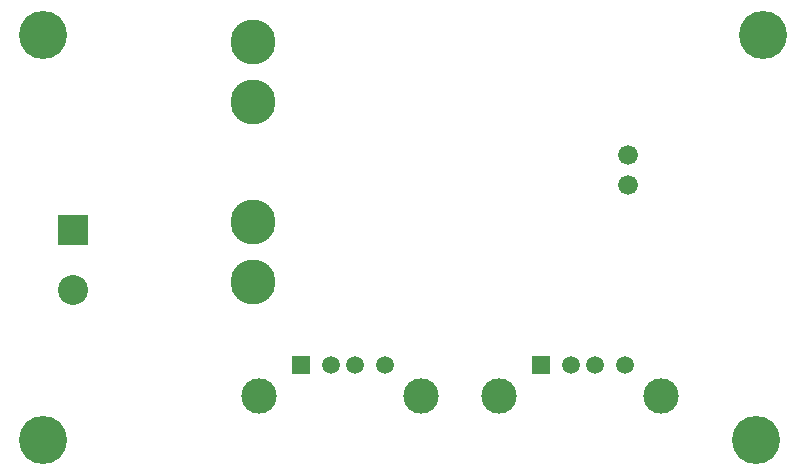
<source format=gbs>
G04 (created by PCBNEW (2013-07-07 BZR 4022)-stable) date 6/7/2016 7:46:03 AM*
%MOIN*%
G04 Gerber Fmt 3.4, Leading zero omitted, Abs format*
%FSLAX34Y34*%
G01*
G70*
G90*
G04 APERTURE LIST*
%ADD10C,0.00590551*%
%ADD11C,0.0591*%
%ADD12R,0.0591X0.0591*%
%ADD13C,0.1181*%
%ADD14C,0.066*%
%ADD15C,0.15*%
%ADD16R,0.1X0.1*%
%ADD17C,0.1*%
%ADD18C,0.16*%
G04 APERTURE END LIST*
G54D10*
G54D11*
X33900Y-23500D03*
X32900Y-23500D03*
X32100Y-23500D03*
G54D12*
X31100Y-23500D03*
G54D13*
X35100Y-24550D03*
X29700Y-24550D03*
G54D11*
X41900Y-23500D03*
X40900Y-23500D03*
X40100Y-23500D03*
G54D12*
X39100Y-23500D03*
G54D13*
X43100Y-24550D03*
X37700Y-24550D03*
G54D14*
X42000Y-16500D03*
X42000Y-17500D03*
G54D15*
X29500Y-20750D03*
X29500Y-18750D03*
X29500Y-14750D03*
X29500Y-12750D03*
G54D16*
X23500Y-19000D03*
G54D17*
X23500Y-21000D03*
G54D18*
X22500Y-26000D03*
X22500Y-12500D03*
X46500Y-12500D03*
X46250Y-26000D03*
M02*

</source>
